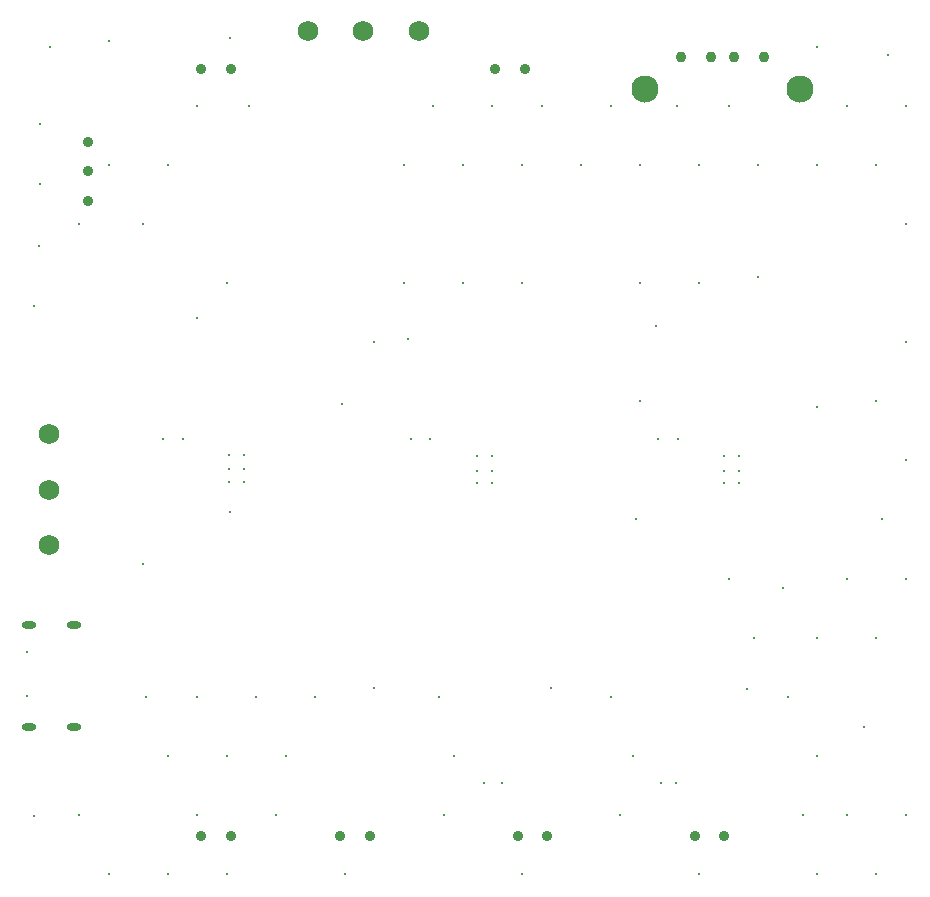
<source format=gbr>
%TF.GenerationSoftware,Altium Limited,Altium Designer,24.5.2 (23)*%
G04 Layer_Color=0*
%FSLAX45Y45*%
%MOMM*%
%TF.SameCoordinates,2470441B-8579-4349-B98B-18B4F8D42BC9*%
%TF.FilePolarity,Positive*%
%TF.FileFunction,Plated,1,2,PTH,Drill*%
%TF.Part,Single*%
G01*
G75*
%TA.AperFunction,ComponentDrill*%
%ADD84C,0.92000*%
%ADD85C,2.30000*%
%ADD86C,0.90000*%
%ADD87C,1.73000*%
%ADD88O,1.20000X0.60000*%
%ADD89C,1.73000*%
%ADD90C,0.90000*%
%TA.AperFunction,ViaDrill,NotFilled*%
%ADD91C,0.30480*%
D84*
X6259533Y7373018D02*
D03*
X6059532D02*
D03*
X6509533D02*
D03*
X5809532D02*
D03*
D85*
X6816532Y7102018D02*
D03*
X5502533D02*
D03*
D86*
X2922499Y781900D02*
D03*
X3172499D02*
D03*
X5922499D02*
D03*
X6172499D02*
D03*
X4422499D02*
D03*
X4672499D02*
D03*
X1992700D02*
D03*
X1742700D02*
D03*
X4233100Y7272100D02*
D03*
X4483100D02*
D03*
X1742700D02*
D03*
X1992700D02*
D03*
D87*
X457200Y3242664D02*
D03*
Y3712664D02*
D03*
Y4182664D02*
D03*
D88*
X668300Y2565600D02*
D03*
Y1701600D02*
D03*
X288300Y2565600D02*
D03*
Y1701600D02*
D03*
D89*
X2646026Y7594600D02*
D03*
X3116026D02*
D03*
X3586026D02*
D03*
D90*
X781900Y6658100D02*
D03*
Y6408100D02*
D03*
Y6158100D02*
D03*
D91*
X7561600Y7396500D02*
D03*
X7710000Y6960000D02*
D03*
X7460000Y6460000D02*
D03*
X7710000Y5960000D02*
D03*
Y4960000D02*
D03*
X7460000Y4460000D02*
D03*
X7710000Y3960000D02*
D03*
X7510800Y3460000D02*
D03*
X7710000Y2960000D02*
D03*
X7460000Y2460000D02*
D03*
X7710000Y960000D02*
D03*
X7460000Y460000D02*
D03*
X6960000Y7460000D02*
D03*
X7210000Y6960000D02*
D03*
X6960000Y6460000D02*
D03*
Y4409200D02*
D03*
X7210000Y2960000D02*
D03*
X6960000Y2460000D02*
D03*
Y1460000D02*
D03*
X7210000Y960000D02*
D03*
X6960000Y460000D02*
D03*
X6460000Y6460000D02*
D03*
Y5510800D02*
D03*
X6671900Y2883800D02*
D03*
X6421900Y2460000D02*
D03*
X6710000Y1960000D02*
D03*
X6837000Y960000D02*
D03*
X6210000Y6960000D02*
D03*
X5960000Y6460000D02*
D03*
Y5460000D02*
D03*
X6210000Y2960000D02*
D03*
X6362400Y2023500D02*
D03*
X5960000Y460000D02*
D03*
X5773500Y6960000D02*
D03*
X5460000Y6460000D02*
D03*
Y5460000D02*
D03*
X5595700Y5099700D02*
D03*
X5460000Y4460000D02*
D03*
X5421900Y3460000D02*
D03*
X5396500Y1460000D02*
D03*
X5210000Y6960000D02*
D03*
X4960000Y6460000D02*
D03*
X5210000Y1960000D02*
D03*
X5286200Y960000D02*
D03*
X4633800Y6960000D02*
D03*
X4460000Y6460000D02*
D03*
Y5460000D02*
D03*
X4710000Y2036200D02*
D03*
X4460000Y460000D02*
D03*
X4210000Y6960000D02*
D03*
X3960000Y6460000D02*
D03*
Y5460000D02*
D03*
X3883800Y1460000D02*
D03*
X3710000Y6960000D02*
D03*
X3460000Y6460000D02*
D03*
Y5460000D02*
D03*
X3494100Y4985400D02*
D03*
X3760800Y1960000D02*
D03*
X3798900Y960000D02*
D03*
X3210000Y4960000D02*
D03*
X2934600Y4434600D02*
D03*
X3210000Y2036200D02*
D03*
X2960000Y460000D02*
D03*
X2710000Y1960000D02*
D03*
X2460000Y1460000D02*
D03*
X1985400Y7536200D02*
D03*
X2146500Y6960000D02*
D03*
X1960000Y5460000D02*
D03*
X1985400Y3523500D02*
D03*
X2210000Y1960000D02*
D03*
X1960000Y1460000D02*
D03*
X2375100Y960000D02*
D03*
X1960000Y460000D02*
D03*
X1710000Y6960000D02*
D03*
X1460000Y6460000D02*
D03*
X1710000Y5163200D02*
D03*
Y1960000D02*
D03*
X1460000Y1460000D02*
D03*
X1710000Y960000D02*
D03*
X1460000Y460000D02*
D03*
X960000Y7510800D02*
D03*
Y6460000D02*
D03*
X1248100Y5960000D02*
D03*
Y3087000D02*
D03*
X1273500Y1960000D02*
D03*
X960000Y460000D02*
D03*
X460000Y7460000D02*
D03*
X710000Y5960000D02*
D03*
Y960000D02*
D03*
X6172200Y3995100D02*
D03*
X6299200D02*
D03*
Y3766500D02*
D03*
X6172200D02*
D03*
Y3873500D02*
D03*
X6299200D02*
D03*
X4076700Y3995100D02*
D03*
X4203700Y3873500D02*
D03*
X4076700Y3766500D02*
D03*
X4203700D02*
D03*
Y3995100D02*
D03*
X4076700Y3873500D02*
D03*
X2108200Y3886200D02*
D03*
X1981200D02*
D03*
Y3779200D02*
D03*
X2108200D02*
D03*
X7353300Y1701800D02*
D03*
X381000Y6807200D02*
D03*
X330200Y952500D02*
D03*
X266700Y1968500D02*
D03*
Y2336800D02*
D03*
X330200Y5270500D02*
D03*
X368300Y5778500D02*
D03*
X381000Y6299200D02*
D03*
X5765800Y1231900D02*
D03*
X5638800D02*
D03*
X4292600D02*
D03*
X4140200D02*
D03*
X5778500Y4140200D02*
D03*
X5613400D02*
D03*
X3683000D02*
D03*
X3517900D02*
D03*
X1422400D02*
D03*
X1587500D02*
D03*
X2108200Y4007800D02*
D03*
X1981200D02*
D03*
%TF.MD5,e9a852fc5abacda44c58e82c0cb460f2*%
M02*

</source>
